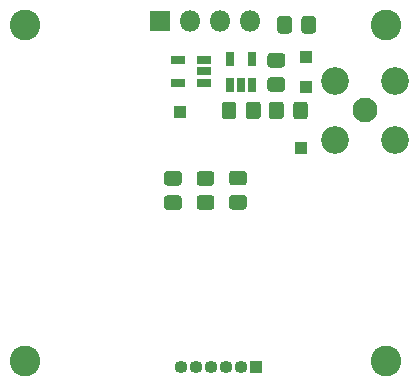
<source format=gbr>
%TF.GenerationSoftware,KiCad,Pcbnew,(5.1.6)-1*%
%TF.CreationDate,2020-09-15T00:55:32-05:00*%
%TF.ProjectId,nrg-control-box,6e72672d-636f-46e7-9472-6f6c2d626f78,B*%
%TF.SameCoordinates,Original*%
%TF.FileFunction,Soldermask,Bot*%
%TF.FilePolarity,Negative*%
%FSLAX46Y46*%
G04 Gerber Fmt 4.6, Leading zero omitted, Abs format (unit mm)*
G04 Created by KiCad (PCBNEW (5.1.6)-1) date 2020-09-15 00:55:32*
%MOMM*%
%LPD*%
G01*
G04 APERTURE LIST*
%ADD10C,2.600000*%
%ADD11R,1.100000X1.100000*%
%ADD12C,2.100000*%
%ADD13C,2.350000*%
%ADD14O,1.100000X1.100000*%
%ADD15R,0.750000X1.160000*%
%ADD16R,1.160000X0.750000*%
%ADD17R,1.800000X1.800000*%
%ADD18O,1.800000X1.800000*%
G04 APERTURE END LIST*
D10*
%TO.C,REF\u002A\u002A*%
X158000000Y-122500000D03*
%TD*%
%TO.C,REF\u002A\u002A*%
X158000000Y-94000000D03*
%TD*%
%TO.C,REF\u002A\u002A*%
X127500000Y-94000000D03*
%TD*%
%TO.C,REF\u002A\u002A*%
X127500000Y-122500000D03*
%TD*%
%TO.C,C1*%
G36*
G01*
X149228262Y-97625000D02*
X148271738Y-97625000D01*
G75*
G02*
X148000000Y-97353262I0J271738D01*
G01*
X148000000Y-96646738D01*
G75*
G02*
X148271738Y-96375000I271738J0D01*
G01*
X149228262Y-96375000D01*
G75*
G02*
X149500000Y-96646738I0J-271738D01*
G01*
X149500000Y-97353262D01*
G75*
G02*
X149228262Y-97625000I-271738J0D01*
G01*
G37*
G36*
G01*
X149228262Y-99675000D02*
X148271738Y-99675000D01*
G75*
G02*
X148000000Y-99403262I0J271738D01*
G01*
X148000000Y-98696738D01*
G75*
G02*
X148271738Y-98425000I271738J0D01*
G01*
X149228262Y-98425000D01*
G75*
G02*
X149500000Y-98696738I0J-271738D01*
G01*
X149500000Y-99403262D01*
G75*
G02*
X149228262Y-99675000I-271738J0D01*
G01*
G37*
%TD*%
%TO.C,C2*%
G36*
G01*
X145021738Y-106350000D02*
X145978262Y-106350000D01*
G75*
G02*
X146250000Y-106621738I0J-271738D01*
G01*
X146250000Y-107328262D01*
G75*
G02*
X145978262Y-107600000I-271738J0D01*
G01*
X145021738Y-107600000D01*
G75*
G02*
X144750000Y-107328262I0J271738D01*
G01*
X144750000Y-106621738D01*
G75*
G02*
X145021738Y-106350000I271738J0D01*
G01*
G37*
G36*
G01*
X145021738Y-108400000D02*
X145978262Y-108400000D01*
G75*
G02*
X146250000Y-108671738I0J-271738D01*
G01*
X146250000Y-109378262D01*
G75*
G02*
X145978262Y-109650000I-271738J0D01*
G01*
X145021738Y-109650000D01*
G75*
G02*
X144750000Y-109378262I0J271738D01*
G01*
X144750000Y-108671738D01*
G75*
G02*
X145021738Y-108400000I271738J0D01*
G01*
G37*
%TD*%
%TO.C,C3*%
G36*
G01*
X143228262Y-109675000D02*
X142271738Y-109675000D01*
G75*
G02*
X142000000Y-109403262I0J271738D01*
G01*
X142000000Y-108696738D01*
G75*
G02*
X142271738Y-108425000I271738J0D01*
G01*
X143228262Y-108425000D01*
G75*
G02*
X143500000Y-108696738I0J-271738D01*
G01*
X143500000Y-109403262D01*
G75*
G02*
X143228262Y-109675000I-271738J0D01*
G01*
G37*
G36*
G01*
X143228262Y-107625000D02*
X142271738Y-107625000D01*
G75*
G02*
X142000000Y-107353262I0J271738D01*
G01*
X142000000Y-106646738D01*
G75*
G02*
X142271738Y-106375000I271738J0D01*
G01*
X143228262Y-106375000D01*
G75*
G02*
X143500000Y-106646738I0J-271738D01*
G01*
X143500000Y-107353262D01*
G75*
G02*
X143228262Y-107625000I-271738J0D01*
G01*
G37*
%TD*%
%TO.C,C4*%
G36*
G01*
X139521738Y-108425000D02*
X140478262Y-108425000D01*
G75*
G02*
X140750000Y-108696738I0J-271738D01*
G01*
X140750000Y-109403262D01*
G75*
G02*
X140478262Y-109675000I-271738J0D01*
G01*
X139521738Y-109675000D01*
G75*
G02*
X139250000Y-109403262I0J271738D01*
G01*
X139250000Y-108696738D01*
G75*
G02*
X139521738Y-108425000I271738J0D01*
G01*
G37*
G36*
G01*
X139521738Y-106375000D02*
X140478262Y-106375000D01*
G75*
G02*
X140750000Y-106646738I0J-271738D01*
G01*
X140750000Y-107353262D01*
G75*
G02*
X140478262Y-107625000I-271738J0D01*
G01*
X139521738Y-107625000D01*
G75*
G02*
X139250000Y-107353262I0J271738D01*
G01*
X139250000Y-106646738D01*
G75*
G02*
X139521738Y-106375000I271738J0D01*
G01*
G37*
%TD*%
D11*
%TO.C,D2*%
X151250000Y-99250000D03*
X151250000Y-96750000D03*
%TD*%
D12*
%TO.C,J2*%
X156250000Y-101250000D03*
D13*
X158775000Y-98725000D03*
X153725000Y-98725000D03*
X153725000Y-103775000D03*
X158775000Y-103775000D03*
%TD*%
D11*
%TO.C,J3*%
X147000000Y-123000000D03*
D14*
X145730000Y-123000000D03*
X144460000Y-123000000D03*
X143190000Y-123000000D03*
X141920000Y-123000000D03*
X140650000Y-123000000D03*
%TD*%
%TO.C,R3*%
G36*
G01*
X148125000Y-101728262D02*
X148125000Y-100771738D01*
G75*
G02*
X148396738Y-100500000I271738J0D01*
G01*
X149103262Y-100500000D01*
G75*
G02*
X149375000Y-100771738I0J-271738D01*
G01*
X149375000Y-101728262D01*
G75*
G02*
X149103262Y-102000000I-271738J0D01*
G01*
X148396738Y-102000000D01*
G75*
G02*
X148125000Y-101728262I0J271738D01*
G01*
G37*
G36*
G01*
X150175000Y-101728262D02*
X150175000Y-100771738D01*
G75*
G02*
X150446738Y-100500000I271738J0D01*
G01*
X151153262Y-100500000D01*
G75*
G02*
X151425000Y-100771738I0J-271738D01*
G01*
X151425000Y-101728262D01*
G75*
G02*
X151153262Y-102000000I-271738J0D01*
G01*
X150446738Y-102000000D01*
G75*
G02*
X150175000Y-101728262I0J271738D01*
G01*
G37*
%TD*%
%TO.C,R4*%
G36*
G01*
X144125000Y-101728262D02*
X144125000Y-100771738D01*
G75*
G02*
X144396738Y-100500000I271738J0D01*
G01*
X145103262Y-100500000D01*
G75*
G02*
X145375000Y-100771738I0J-271738D01*
G01*
X145375000Y-101728262D01*
G75*
G02*
X145103262Y-102000000I-271738J0D01*
G01*
X144396738Y-102000000D01*
G75*
G02*
X144125000Y-101728262I0J271738D01*
G01*
G37*
G36*
G01*
X146175000Y-101728262D02*
X146175000Y-100771738D01*
G75*
G02*
X146446738Y-100500000I271738J0D01*
G01*
X147153262Y-100500000D01*
G75*
G02*
X147425000Y-100771738I0J-271738D01*
G01*
X147425000Y-101728262D01*
G75*
G02*
X147153262Y-102000000I-271738J0D01*
G01*
X146446738Y-102000000D01*
G75*
G02*
X146175000Y-101728262I0J271738D01*
G01*
G37*
%TD*%
%TO.C,R5*%
G36*
G01*
X150875000Y-94478262D02*
X150875000Y-93521738D01*
G75*
G02*
X151146738Y-93250000I271738J0D01*
G01*
X151853262Y-93250000D01*
G75*
G02*
X152125000Y-93521738I0J-271738D01*
G01*
X152125000Y-94478262D01*
G75*
G02*
X151853262Y-94750000I-271738J0D01*
G01*
X151146738Y-94750000D01*
G75*
G02*
X150875000Y-94478262I0J271738D01*
G01*
G37*
G36*
G01*
X148825000Y-94478262D02*
X148825000Y-93521738D01*
G75*
G02*
X149096738Y-93250000I271738J0D01*
G01*
X149803262Y-93250000D01*
G75*
G02*
X150075000Y-93521738I0J-271738D01*
G01*
X150075000Y-94478262D01*
G75*
G02*
X149803262Y-94750000I-271738J0D01*
G01*
X149096738Y-94750000D01*
G75*
G02*
X148825000Y-94478262I0J271738D01*
G01*
G37*
%TD*%
D15*
%TO.C,U1*%
X146700000Y-96900000D03*
X144800000Y-96900000D03*
X144800000Y-99100000D03*
X145750000Y-99100000D03*
X146700000Y-99100000D03*
%TD*%
D16*
%TO.C,U2*%
X142600000Y-97000000D03*
X142600000Y-97950000D03*
X142600000Y-98900000D03*
X140400000Y-98900000D03*
X140400000Y-97000000D03*
%TD*%
D17*
%TO.C,J1*%
X138900000Y-93700000D03*
D18*
X141440000Y-93700000D03*
X143980000Y-93700000D03*
X146520000Y-93700000D03*
%TD*%
D11*
%TO.C,TP1*%
X150800000Y-104400000D03*
%TD*%
%TO.C,TP2*%
X140600000Y-101400000D03*
%TD*%
M02*

</source>
